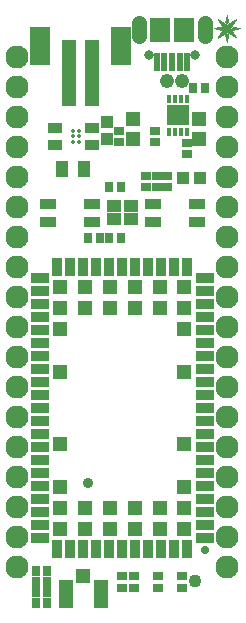
<source format=gts>
G75*
%MOIN*%
%OFA0B0*%
%FSLAX25Y25*%
%IPPOS*%
%LPD*%
%AMOC8*
5,1,8,0,0,1.08239X$1,22.5*
%
%ADD10R,0.02375X0.06115*%
%ADD11R,0.06706X0.08280*%
%ADD12C,0.03162*%
%ADD13C,0.05131*%
%ADD14R,0.05721X0.03359*%
%ADD15R,0.03950X0.03950*%
%ADD16R,0.03200X0.02600*%
%ADD17C,0.07700*%
%ADD18R,0.04934X0.09461*%
%ADD19R,0.04737X0.04934*%
%ADD20R,0.02600X0.03200*%
%ADD21C,0.00100*%
%ADD22R,0.03543X0.06299*%
%ADD23R,0.06299X0.03543*%
%ADD24C,0.02769*%
%ADD25R,0.04724X0.04724*%
%ADD26C,0.03556*%
%ADD27C,0.04343*%
%ADD28R,0.04737X0.03950*%
%ADD29R,0.07099X0.12611*%
%ADD30R,0.04737X0.22454*%
%ADD31R,0.03950X0.05524*%
%ADD32R,0.04900X0.03600*%
%ADD33R,0.01181X0.03150*%
%ADD34R,0.07402X0.06811*%
%ADD35R,0.04737X0.05131*%
%ADD36C,0.01378*%
%ADD37C,0.04762*%
D10*
X0089045Y0187969D03*
X0091604Y0187969D03*
X0094163Y0187969D03*
X0096723Y0187969D03*
X0099282Y0187969D03*
D11*
X0098100Y0198500D03*
X0090226Y0198461D03*
D12*
X0086486Y0190232D03*
X0101841Y0190232D03*
D13*
X0105089Y0196335D02*
X0105089Y0200665D01*
X0083238Y0200665D02*
X0083238Y0196335D01*
D14*
X0087782Y0140551D03*
X0087782Y0134449D03*
X0102545Y0134449D03*
X0102545Y0140551D03*
X0067545Y0140551D03*
X0067545Y0134449D03*
X0052782Y0134449D03*
X0052782Y0140551D03*
D15*
X0072663Y0162047D03*
X0072663Y0167953D03*
X0097711Y0149000D03*
X0103616Y0149000D03*
D16*
X0092663Y0149900D03*
X0089163Y0149900D03*
X0085663Y0149900D03*
X0085663Y0146100D03*
X0089163Y0146100D03*
X0092663Y0146100D03*
X0099163Y0157100D03*
X0099163Y0160900D03*
X0088663Y0161100D03*
X0088663Y0164900D03*
X0076663Y0164900D03*
X0076663Y0161100D03*
X0077663Y0016400D03*
X0081663Y0016400D03*
X0089663Y0016400D03*
X0089663Y0012600D03*
X0081663Y0012600D03*
X0077663Y0012600D03*
X0097663Y0012600D03*
X0097663Y0016400D03*
D17*
X0042663Y0019500D03*
X0042663Y0029500D03*
X0042663Y0039500D03*
X0042663Y0049500D03*
X0042663Y0059500D03*
X0042663Y0069500D03*
X0042663Y0079500D03*
X0042663Y0089500D03*
X0042663Y0099500D03*
X0042663Y0109500D03*
X0042663Y0119500D03*
X0042663Y0129500D03*
X0042663Y0139500D03*
X0042663Y0149500D03*
X0042663Y0159500D03*
X0042663Y0169500D03*
X0042663Y0179500D03*
X0042663Y0189500D03*
X0112663Y0189500D03*
X0112663Y0179500D03*
X0112663Y0169500D03*
X0112663Y0159500D03*
X0112663Y0149500D03*
X0112663Y0139500D03*
X0112663Y0129500D03*
X0112663Y0119500D03*
X0112663Y0109500D03*
X0112663Y0099500D03*
X0112663Y0089500D03*
X0112663Y0079500D03*
X0112663Y0069500D03*
X0112663Y0059500D03*
X0112663Y0049500D03*
X0112663Y0039500D03*
X0112663Y0029500D03*
X0112663Y0019500D03*
D18*
X0070471Y0010500D03*
X0058856Y0010500D03*
D19*
X0064663Y0016514D03*
D20*
X0052563Y0018000D03*
X0048763Y0018000D03*
X0048763Y0014500D03*
X0048763Y0011000D03*
X0052563Y0011000D03*
X0052563Y0014500D03*
X0052563Y0007500D03*
X0048763Y0007500D03*
X0066263Y0129000D03*
X0070063Y0129000D03*
X0073263Y0129000D03*
X0077063Y0129000D03*
X0077063Y0146000D03*
X0073263Y0146000D03*
X0101263Y0179000D03*
X0105063Y0179000D03*
D21*
X0112463Y0194600D02*
X0112963Y0197000D01*
X0112463Y0197300D01*
X0111963Y0197000D01*
X0112463Y0194600D01*
X0112458Y0194627D02*
X0112469Y0194627D01*
X0112490Y0194725D02*
X0112437Y0194725D01*
X0112417Y0194824D02*
X0112510Y0194824D01*
X0112531Y0194922D02*
X0112396Y0194922D01*
X0112376Y0195021D02*
X0112551Y0195021D01*
X0112572Y0195119D02*
X0112355Y0195119D01*
X0112335Y0195218D02*
X0112592Y0195218D01*
X0112613Y0195316D02*
X0112314Y0195316D01*
X0112294Y0195415D02*
X0112633Y0195415D01*
X0112654Y0195513D02*
X0112273Y0195513D01*
X0112253Y0195612D02*
X0112674Y0195612D01*
X0112695Y0195710D02*
X0112232Y0195710D01*
X0112212Y0195809D02*
X0112715Y0195809D01*
X0112736Y0195907D02*
X0112191Y0195907D01*
X0112171Y0196006D02*
X0112756Y0196006D01*
X0112777Y0196105D02*
X0112150Y0196105D01*
X0112130Y0196203D02*
X0112797Y0196203D01*
X0112818Y0196302D02*
X0112109Y0196302D01*
X0112088Y0196400D02*
X0112838Y0196400D01*
X0112859Y0196499D02*
X0112068Y0196499D01*
X0112047Y0196597D02*
X0112880Y0196597D01*
X0112900Y0196696D02*
X0112027Y0196696D01*
X0112006Y0196794D02*
X0112921Y0196794D01*
X0112941Y0196893D02*
X0111986Y0196893D01*
X0111965Y0196991D02*
X0112962Y0196991D01*
X0112814Y0197090D02*
X0112113Y0197090D01*
X0112277Y0197188D02*
X0112650Y0197188D01*
X0112486Y0197287D02*
X0112441Y0197287D01*
X0112124Y0197681D02*
X0110476Y0197681D01*
X0110538Y0197779D02*
X0112276Y0197779D01*
X0112429Y0197878D02*
X0110600Y0197878D01*
X0110661Y0197976D02*
X0114288Y0197976D01*
X0114225Y0198075D02*
X0110723Y0198075D01*
X0110784Y0198173D02*
X0114161Y0198173D01*
X0114098Y0198272D02*
X0110846Y0198272D01*
X0110907Y0198370D02*
X0114034Y0198370D01*
X0113971Y0198469D02*
X0110969Y0198469D01*
X0111031Y0198567D02*
X0113907Y0198567D01*
X0113844Y0198666D02*
X0111092Y0198666D01*
X0111154Y0198764D02*
X0113780Y0198764D01*
X0113716Y0198863D02*
X0111215Y0198863D01*
X0111277Y0198961D02*
X0113653Y0198961D01*
X0113589Y0199060D02*
X0111338Y0199060D01*
X0111363Y0199100D02*
X0109363Y0195900D01*
X0112463Y0197900D01*
X0115563Y0196000D01*
X0113563Y0199100D01*
X0115563Y0202100D01*
X0112463Y0200200D01*
X0109463Y0202100D01*
X0111363Y0199100D01*
X0111327Y0199158D02*
X0113602Y0199158D01*
X0113668Y0199257D02*
X0111264Y0199257D01*
X0111202Y0199355D02*
X0113734Y0199355D01*
X0113799Y0199454D02*
X0111139Y0199454D01*
X0111077Y0199552D02*
X0113865Y0199552D01*
X0113931Y0199651D02*
X0111015Y0199651D01*
X0110952Y0199749D02*
X0113996Y0199749D01*
X0114062Y0199848D02*
X0110890Y0199848D01*
X0110827Y0199946D02*
X0114128Y0199946D01*
X0114193Y0200045D02*
X0110765Y0200045D01*
X0110703Y0200143D02*
X0114259Y0200143D01*
X0114325Y0200242D02*
X0112532Y0200242D01*
X0112397Y0200242D02*
X0110640Y0200242D01*
X0110578Y0200341D02*
X0112242Y0200341D01*
X0112086Y0200439D02*
X0110515Y0200439D01*
X0110453Y0200538D02*
X0111931Y0200538D01*
X0111775Y0200636D02*
X0110391Y0200636D01*
X0110328Y0200735D02*
X0111619Y0200735D01*
X0111464Y0200833D02*
X0110266Y0200833D01*
X0110203Y0200932D02*
X0111308Y0200932D01*
X0111153Y0201030D02*
X0110141Y0201030D01*
X0110079Y0201129D02*
X0110997Y0201129D01*
X0110842Y0201227D02*
X0110016Y0201227D01*
X0109954Y0201326D02*
X0110686Y0201326D01*
X0110531Y0201424D02*
X0109892Y0201424D01*
X0109829Y0201523D02*
X0110375Y0201523D01*
X0110220Y0201621D02*
X0109767Y0201621D01*
X0109704Y0201720D02*
X0110064Y0201720D01*
X0109908Y0201818D02*
X0109642Y0201818D01*
X0109580Y0201917D02*
X0109753Y0201917D01*
X0109597Y0202015D02*
X0109517Y0202015D01*
X0110145Y0199552D02*
X0110402Y0199552D01*
X0110363Y0199600D02*
X0110763Y0199100D01*
X0110363Y0198600D01*
X0108063Y0199100D01*
X0110363Y0199600D01*
X0110480Y0199454D02*
X0109691Y0199454D01*
X0109238Y0199355D02*
X0110559Y0199355D01*
X0110638Y0199257D02*
X0108785Y0199257D01*
X0108701Y0198961D02*
X0110653Y0198961D01*
X0110731Y0199060D02*
X0108248Y0199060D01*
X0108332Y0199158D02*
X0110717Y0199158D01*
X0110574Y0198863D02*
X0109154Y0198863D01*
X0109608Y0198764D02*
X0110495Y0198764D01*
X0110416Y0198666D02*
X0110061Y0198666D01*
X0110415Y0197582D02*
X0111971Y0197582D01*
X0111818Y0197484D02*
X0110353Y0197484D01*
X0110292Y0197385D02*
X0111665Y0197385D01*
X0111513Y0197287D02*
X0110230Y0197287D01*
X0110169Y0197188D02*
X0111360Y0197188D01*
X0111207Y0197090D02*
X0110107Y0197090D01*
X0110045Y0196991D02*
X0111055Y0196991D01*
X0110902Y0196893D02*
X0109984Y0196893D01*
X0109922Y0196794D02*
X0110749Y0196794D01*
X0110597Y0196696D02*
X0109861Y0196696D01*
X0109799Y0196597D02*
X0110444Y0196597D01*
X0110291Y0196499D02*
X0109738Y0196499D01*
X0109676Y0196400D02*
X0110139Y0196400D01*
X0109986Y0196302D02*
X0109614Y0196302D01*
X0109553Y0196203D02*
X0109833Y0196203D01*
X0109680Y0196105D02*
X0109491Y0196105D01*
X0109528Y0196006D02*
X0109430Y0196006D01*
X0109375Y0195907D02*
X0109368Y0195907D01*
X0112500Y0197878D02*
X0114352Y0197878D01*
X0114416Y0197779D02*
X0112661Y0197779D01*
X0112821Y0197681D02*
X0114479Y0197681D01*
X0114543Y0197582D02*
X0112982Y0197582D01*
X0113143Y0197484D02*
X0114606Y0197484D01*
X0114670Y0197385D02*
X0113303Y0197385D01*
X0113464Y0197287D02*
X0114733Y0197287D01*
X0114797Y0197188D02*
X0113625Y0197188D01*
X0113786Y0197090D02*
X0114860Y0197090D01*
X0114924Y0196991D02*
X0113946Y0196991D01*
X0114107Y0196893D02*
X0114988Y0196893D01*
X0115051Y0196794D02*
X0114268Y0196794D01*
X0114429Y0196696D02*
X0115115Y0196696D01*
X0115178Y0196597D02*
X0114589Y0196597D01*
X0114750Y0196499D02*
X0115242Y0196499D01*
X0115305Y0196400D02*
X0114911Y0196400D01*
X0115071Y0196302D02*
X0115369Y0196302D01*
X0115432Y0196203D02*
X0115232Y0196203D01*
X0115393Y0196105D02*
X0115496Y0196105D01*
X0115554Y0196006D02*
X0115560Y0196006D01*
X0114866Y0198666D02*
X0114524Y0198666D01*
X0114563Y0198600D02*
X0116863Y0199100D01*
X0114563Y0199600D01*
X0114263Y0199100D01*
X0114563Y0198600D01*
X0114465Y0198764D02*
X0115319Y0198764D01*
X0115772Y0198863D02*
X0114406Y0198863D01*
X0114347Y0198961D02*
X0116226Y0198961D01*
X0116142Y0199257D02*
X0114358Y0199257D01*
X0114417Y0199355D02*
X0115689Y0199355D01*
X0115236Y0199454D02*
X0114476Y0199454D01*
X0114535Y0199552D02*
X0114782Y0199552D01*
X0114298Y0199158D02*
X0116595Y0199158D01*
X0116679Y0199060D02*
X0114288Y0199060D01*
X0114390Y0200341D02*
X0112693Y0200341D01*
X0112853Y0200439D02*
X0114456Y0200439D01*
X0114522Y0200538D02*
X0113014Y0200538D01*
X0113175Y0200636D02*
X0114587Y0200636D01*
X0114653Y0200735D02*
X0113336Y0200735D01*
X0113496Y0200833D02*
X0114719Y0200833D01*
X0114785Y0200932D02*
X0113657Y0200932D01*
X0113818Y0201030D02*
X0114850Y0201030D01*
X0114916Y0201129D02*
X0113979Y0201129D01*
X0114139Y0201227D02*
X0114982Y0201227D01*
X0115047Y0201326D02*
X0114300Y0201326D01*
X0114461Y0201424D02*
X0115113Y0201424D01*
X0115179Y0201523D02*
X0114621Y0201523D01*
X0114782Y0201621D02*
X0115244Y0201621D01*
X0115310Y0201720D02*
X0114943Y0201720D01*
X0115104Y0201818D02*
X0115376Y0201818D01*
X0115441Y0201917D02*
X0115264Y0201917D01*
X0115425Y0202015D02*
X0115507Y0202015D01*
X0112896Y0201424D02*
X0112031Y0201424D01*
X0112010Y0201326D02*
X0112916Y0201326D01*
X0112937Y0201227D02*
X0111990Y0201227D01*
X0111969Y0201129D02*
X0112958Y0201129D01*
X0112963Y0201100D02*
X0112463Y0203500D01*
X0111963Y0201100D01*
X0112463Y0200800D01*
X0112963Y0201100D01*
X0112847Y0201030D02*
X0112080Y0201030D01*
X0112244Y0200932D02*
X0112683Y0200932D01*
X0112519Y0200833D02*
X0112408Y0200833D01*
X0112052Y0201523D02*
X0112875Y0201523D01*
X0112855Y0201621D02*
X0112072Y0201621D01*
X0112093Y0201720D02*
X0112834Y0201720D01*
X0112814Y0201818D02*
X0112113Y0201818D01*
X0112134Y0201917D02*
X0112793Y0201917D01*
X0112773Y0202015D02*
X0112154Y0202015D01*
X0112175Y0202114D02*
X0112752Y0202114D01*
X0112732Y0202212D02*
X0112195Y0202212D01*
X0112216Y0202311D02*
X0112711Y0202311D01*
X0112691Y0202409D02*
X0112236Y0202409D01*
X0112257Y0202508D02*
X0112670Y0202508D01*
X0112650Y0202606D02*
X0112277Y0202606D01*
X0112298Y0202705D02*
X0112629Y0202705D01*
X0112609Y0202803D02*
X0112318Y0202803D01*
X0112339Y0202902D02*
X0112588Y0202902D01*
X0112568Y0203000D02*
X0112359Y0203000D01*
X0112380Y0203099D02*
X0112547Y0203099D01*
X0112527Y0203197D02*
X0112400Y0203197D01*
X0112421Y0203296D02*
X0112506Y0203296D01*
X0112485Y0203394D02*
X0112441Y0203394D01*
X0112462Y0203493D02*
X0112465Y0203493D01*
D22*
X0099317Y0119547D03*
X0094986Y0119547D03*
X0090656Y0119547D03*
X0086325Y0119547D03*
X0081994Y0119547D03*
X0077663Y0119547D03*
X0073333Y0119547D03*
X0069002Y0119547D03*
X0064671Y0119547D03*
X0060341Y0119547D03*
X0056010Y0119547D03*
X0056010Y0025453D03*
X0060341Y0025453D03*
X0064671Y0025453D03*
X0069002Y0025453D03*
X0073333Y0025453D03*
X0077663Y0025453D03*
X0081994Y0025453D03*
X0086325Y0025453D03*
X0090656Y0025453D03*
X0094986Y0025453D03*
X0099317Y0025453D03*
D23*
X0105026Y0029193D03*
X0105026Y0033524D03*
X0105026Y0037854D03*
X0105026Y0042185D03*
X0105026Y0046516D03*
X0105026Y0050846D03*
X0105026Y0055177D03*
X0105026Y0059508D03*
X0105026Y0063839D03*
X0105026Y0068169D03*
X0105026Y0072500D03*
X0105026Y0076831D03*
X0105026Y0081161D03*
X0105026Y0085492D03*
X0105026Y0089823D03*
X0105026Y0094154D03*
X0105026Y0098484D03*
X0105026Y0102815D03*
X0105026Y0107146D03*
X0105026Y0111476D03*
X0105026Y0115807D03*
X0050301Y0115807D03*
X0050301Y0111476D03*
X0050301Y0107146D03*
X0050301Y0102815D03*
X0050301Y0098484D03*
X0050301Y0094154D03*
X0050301Y0089823D03*
X0050301Y0085492D03*
X0050301Y0081161D03*
X0050301Y0076831D03*
X0050301Y0072500D03*
X0050301Y0068169D03*
X0050301Y0063839D03*
X0050301Y0059508D03*
X0050301Y0055177D03*
X0050301Y0050846D03*
X0050301Y0046516D03*
X0050301Y0042185D03*
X0050301Y0037854D03*
X0050301Y0033524D03*
X0050301Y0029193D03*
D24*
X0105223Y0025256D03*
D25*
X0098333Y0032146D03*
X0090065Y0032146D03*
X0081797Y0032146D03*
X0073530Y0032146D03*
X0065262Y0032146D03*
X0056994Y0032146D03*
X0056994Y0039232D03*
X0065262Y0039232D03*
X0073530Y0039232D03*
X0081797Y0039232D03*
X0090065Y0039232D03*
X0098333Y0039232D03*
X0098333Y0046319D03*
X0098333Y0060492D03*
X0056994Y0060492D03*
X0056994Y0046319D03*
X0056994Y0084508D03*
X0056994Y0098681D03*
X0056994Y0105768D03*
X0065262Y0105768D03*
X0073530Y0105768D03*
X0081797Y0105768D03*
X0090065Y0105768D03*
X0098333Y0105768D03*
X0098333Y0112854D03*
X0090065Y0112854D03*
X0081797Y0112854D03*
X0073530Y0112854D03*
X0065262Y0112854D03*
X0056994Y0112854D03*
X0098333Y0098681D03*
X0098333Y0084508D03*
D26*
X0066356Y0047539D03*
D27*
X0101789Y0014861D03*
D28*
X0080616Y0135335D03*
X0074711Y0135335D03*
X0074711Y0139665D03*
X0080616Y0139665D03*
D29*
X0077049Y0193063D03*
X0050278Y0193063D03*
D30*
X0059726Y0184126D03*
X0067600Y0184126D03*
D31*
X0064707Y0152000D03*
X0057620Y0152000D03*
D32*
X0055163Y0160050D03*
X0055163Y0165950D03*
X0067663Y0165950D03*
X0067663Y0160050D03*
D33*
X0093211Y0164488D03*
X0093211Y0164488D03*
X0095179Y0164488D03*
X0097148Y0164488D03*
X0099116Y0164488D03*
X0099116Y0175512D03*
X0097148Y0175512D03*
X0095179Y0175512D03*
X0093211Y0175512D03*
D34*
X0096163Y0170000D03*
D35*
X0103163Y0168846D03*
X0103163Y0162154D03*
X0081163Y0162154D03*
X0081163Y0168846D03*
D36*
X0063148Y0164969D03*
X0061179Y0164969D03*
X0061179Y0163000D03*
X0061179Y0161031D03*
X0063148Y0161031D03*
X0063148Y0163000D03*
D37*
X0092663Y0181500D03*
X0097663Y0181500D03*
M02*

</source>
